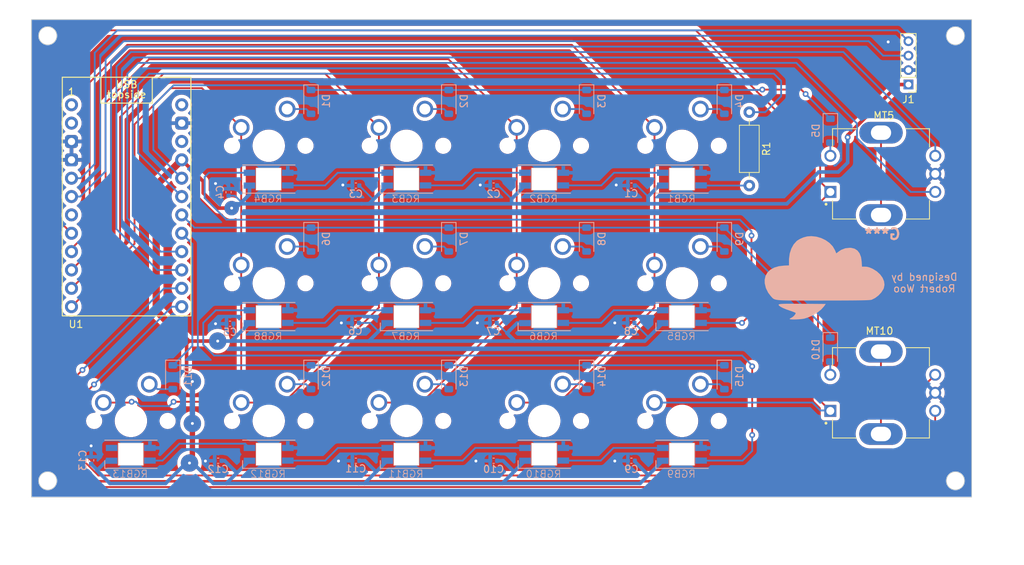
<source format=kicad_pcb>
(kicad_pcb (version 20221018) (generator pcbnew)
  (layers (0 "F.Cu" signal) (31 "B.Cu" signal) (34 "B.Paste" user) (35 "F.Paste" user) (36 "B.SilkS" user "B.Silkscreen") (37 "F.SilkS" user "F.Silkscreen") (38 "B.Mask" user) (39 "F.Mask" user) (44 "Edge.Cuts" user))
  (net 0 "")
  (net 1 "GND")
  (net 2 "+5V")
  (net 3 "ROW1")
  (net 4 "Net-(D1-A)")
  (net 5 "Net-(D2-A)")
  (net 6 "Net-(D3-A)")
  (net 7 "Net-(D4-A)")
  (net 8 "Net-(D5-A)")
  (net 9 "ROW2")
  (net 10 "Net-(D6-A)")
  (net 11 "Net-(D7-A)")
  (net 12 "Net-(D8-A)")
  (net 13 "Net-(D9-A)")
  (net 14 "ROW3")
  (net 15 "Net-(D11-A)")
  (net 16 "Net-(D12-A)")
  (net 17 "Net-(D13-A)")
  (net 18 "Net-(D14-A)")
  (net 19 "Net-(D15-A)")
  (net 20 "Din")
  (net 21 "COL5")
  (net 22 "ENC_1_A")
  (net 23 "ENC_1_B")
  (net 24 "unconnected-(MT5-SHIELD-PadS1)")
  (net 25 "ENC_2_A")
  (net 26 "ENC_2_B")
  (net 27 "unconnected-(MT10-SHIELD-PadS1)")
  (net 28 "COL1")
  (net 29 "COL2")
  (net 30 "COL3")
  (net 31 "COL4")
  (net 37 "Net-(RGB1-DOUT)")
  (net 38 "Net-(RGB2-DOUT)")
  (net 39 "Net-(RGB3-DOUT)")
  (net 40 "Net-(RGB4-DOUT)")
  (net 41 "Net-(RGB5-DOUT)")
  (net 42 "Net-(RGB6-DOUT)")
  (net 43 "Net-(RGB7-DOUT)")
  (net 44 "Net-(RGB8-DOUT)")
  (net 45 "Net-(RGB10-DIN)")
  (net 46 "Net-(RGB10-DOUT)")
  (net 47 "Net-(RGB11-DOUT)")
  (net 48 "Net-(RGB12-DOUT)")
  (net 50 "Net-(D10-A)")
  (net 51 "SCL")
  (net 52 "SDA")
  (net 53 "Net-(RGB1-DIN)")
  (footprint "marbastlib-mx:SW_MX_1u" (layer "F.Cu") (at 113.65 72.05)
    (fp_text reference "MX14" hide)
    (fp_text value "MX_SW_solder" hide)
  )
  (footprint "marbastlib-mx:SW_MX_1u" (layer "F.Cu") (at 94.6 72.05)
    (fp_text reference "MX13" hide)
    (fp_text value "MX_SW_solder" hide)
  )
  (footprint "marbastlib-mx:SW_MX_1u" (layer "F.Cu") (at 94.6 53)
    (fp_text reference "MX7" hide)
    (fp_text value "MX_SW_solder" hide)
  )
  (footprint "Resistor_THT:R_Axial_DIN0207_L6.3mm_D2.5mm_P10.16mm_Horizontal" (layer "F.Cu") (at 142 29.32 -90)
    (fp_text reference "R1")
    (fp_text value "500Ω")
  )
  (footprint "marbastlib-mx:SW_MX_1u" (layer "F.Cu") (at 132.7 53)
    (fp_text reference "MX9" hide)
    (fp_text value "MX_SW_solder" hide)
  )
  (footprint "marbastlib-mx:SW_MX_1u" (layer "F.Cu") (at 94.6 33.97)
    (fp_text reference "MX2" hide)
    (fp_text value "MX_SW_solder" hide)
  )
  (footprint "PEC11R-4215F-S0024:XDCR_PEC11R-4215F-S0024" (layer "F.Cu") (at 160.2 68.16 90)
    (fp_text reference "MT10")
    (fp_text value "PEC11R-4215F-S0024")
  )
  (footprint "marbastlib-mx:SW_MX_1u" (layer "F.Cu") (at 56.5 72.05)
    (fp_text reference "MX11" hide)
    (fp_text value "MX_SW_solder" hide)
  )
  (footprint "Connector_PinHeader_2.00mm:PinHeader_1x04_P2.00mm_Vertical" (layer "F.Cu") (at 164 25.5 180)
    (fp_text reference "J1")
    (fp_text value "Conn_01x04_Socket")
  )
  (footprint "PEC11R-4215F-S0024:XDCR_PEC11R-4215F-S0024" (layer "F.Cu") (at 160.21 37.86 90)
    (fp_text reference "MT5")
    (fp_text value "PEC11R-4215F-S0024")
  )
  (footprint "marbastlib-mx:SW_MX_1u" (layer "F.Cu") (at 113.65 33.97)
    (fp_text reference "MX3" hide)
    (fp_text value "MX_SW_solder" hide)
  )
  (footprint "marbastlib-mx:SW_MX_1u" (layer "F.Cu") (at 113.65 53)
    (fp_text reference "MX8" hide)
    (fp_text value "MX_SW_solder" hide)
  )
  (footprint "marbastlib-mx:SW_MX_1u" (layer "F.Cu") (at 132.7 72.05)
    (fp_text reference "MX15" hide)
    (fp_text value "MX_SW_solder" hide)
  )
  (footprint "marbastlib-mx:SW_MX_1u" (layer "F.Cu") (at 75.56 72.05)
    (fp_text reference "MX12" hide)
    (fp_text value "MX_SW_solder" hide)
  )
  (footprint "marbastlib-mx:SW_MX_1u" (layer "F.Cu") (at 132.7 33.97)
    (fp_text reference "MX4" hide)
    (fp_text value "MX_SW_solder" hide)
  )
  (footprint "marbastlib-xp-promicroish:ProMicro_USBup" (layer "F.Cu") (at 55.905 42.27)
    (fp_text reference "U1")
    (fp_text value "ProMicro")
  )
  (footprint "marbastlib-mx:SW_MX_1u" (layer "F.Cu") (at 75.56 53)
    (fp_text reference "MX6" hide)
    (fp_text value "MX_SW_solder" hide)
  )
  (footprint "marbastlib-mx:SW_MX_1u" (layer "F.Cu") (at 75.56 33.97)
    (fp_text reference "MX1" hide)
    (fp_text value "MX_SW_solder" hide)
  )
  (footprint "sk6812_mini_e:SK6812 mini-e" (layer "B.Cu") (at 94.3325 33.5825 180)
    (fp_text reference "RGB3")
    (fp_text value "SK6812")
    (fp_rect (start -2 -3.45) (end 1.5 -6.55) (stroke (width 0.05)) (fill none) (layer "Edge.Cuts"))
  )
  (footprint "sk6812_mini_e:SK6812 mini-e" (layer "B.Cu") (at 75.2925 33.5825 180)
    (fp_text reference "RGB4")
    (fp_text value "SK6812")
    (fp_rect (start -2 -3.45) (end 1.5 -6.55) (stroke (width 0.05)) (fill none) (layer "Edge.Cuts"))
  )
  (footprint "Diode_SMD:D_SOD-123" (layer "B.Cu") (at 119.5 27.9 -90)
    (fp_text reference "D3")
    (fp_text value "1N914")
  )
  (footprint "Diode_SMD:D_SOD-123" (layer "B.Cu") (at 100.45 46.9525 -90)
    (fp_text reference "D7")
    (fp_text value "1N914")
  )
  (footprint "Diode_SMD:D_SOD-123" (layer "B.Cu") (at 100.45 66.0025 -90)
    (fp_text reference "D13")
    (fp_text value "1N914")
  )
  (footprint "Capacitor_SMD:C_0402_1005Metric" (layer "B.Cu") (at 106.65 77.5625)
    (fp_text reference "C10")
    (fp_text value "104 f")
  )
  (footprint "Diode_SMD:D_SOD-123" (layer "B.Cu") (at 100.45 27.9 -90)
    (fp_text reference "D2")
    (fp_text value "1N914")
  )
  (footprint "sk6812_mini_e:SK6812 mini-e" (layer "B.Cu") (at 113.3825 52.6125 180)
    (fp_text reference "RGB6")
    (fp_text value "SK6812")
    (fp_rect (start -2 -3.45) (end 1.5 -6.55) (stroke (width 0.05)) (fill none) (layer "Edge.Cuts"))
  )
  (footprint "Diode_SMD:D_SOD-123" (layer "B.Cu") (at 138.55 46.9525 -90)
    (fp_text reference "D9")
    (fp_text value "1N914")
  )
  (footprint "sk6812_mini_e:SK6812 mini-e" (layer "B.Cu") (at 132.4325 71.6625 180)
    (fp_text reference "RGB9")
    (fp_text value "SK6812")
    (fp_rect (start -2 -3.45) (end 1.5 -6.55) (stroke (width 0.05)) (fill none) (layer "Edge.Cuts"))
  )
  (footprint "Diode_SMD:D_SOD-123" (layer "B.Cu") (at 153.21 31.8825 -90)
    (fp_text reference "D5")
    (fp_text value "1N914")
  )
  (footprint "sk6812_mini_e:SK6812 mini-e" (layer "B.Cu") (at 94.3325 71.6625 180)
    (fp_text reference "RGB11")
    (fp_text value "SK6812")
    (fp_rect (start -2 -3.45) (end 1.5 -6.55) (stroke (width 0.05)) (fill none) (layer "Edge.Cuts"))
  )
  (footprint "Pretty:Brains4Breakfast" (layer "B.Cu") (at 161.627494 44.637012 180)
    (fp_text reference "G***")
    (fp_text value "LOGO" hide)
  )
  (footprint "sk6812_mini_e:SK6812 mini-e" (layer "B.Cu") (at 113.3825 71.6625 180)
    (fp_text reference "RGB10")
    (fp_text value "SK6812")
    (fp_rect (start -2 -3.45) (end 1.5 -6.55) (stroke (width 0.05)) (fill none) (layer "Edge.Cuts"))
  )
  (footprint "sk6812_mini_e:SK6812 mini-e" (layer "B.Cu") (at 132.4325 52.6125 180)
    (fp_text reference "RGB5")
    (fp_text value "SK6812")
    (fp_rect (start -2 -3.45) (end 1.5 -6.55) (stroke (width 0.05)) (fill none) (layer "Edge.Cuts"))
  )
  (footprint "Diode_SMD:D_SOD-123" (layer "B.Cu") (at 81.4 27.9 -90)
    (fp_text reference "D1")
    (fp_text value "1N914")
  )
  (footprint "Diode_SMD:D_SOD-123" (layer "B.Cu") (at 138.55 66.0025 -90)
    (fp_text reference "D15")
    (fp_text value "1N914")
  )
  (footprint "sk6812_mini_e:SK6812 mini-e" (layer "B.Cu") (at 56.2325 71.6625 180)
    (fp_text reference "RGB13")
    (fp_text value "SK6812")
    (fp_rect (start -2 -3.45) (end 1.5 -6.55) (stroke (width 0.05)) (fill none) (layer "Edge.Cuts"))
  )
  (footprint "Capacitor_SMD:C_0402_1005Metric" (layer "B.Cu") (at 125.7 77.5625)
    (fp_text reference "C9")
    (fp_text value "104 f")
  )
  (footprint "Capacitor_SMD:C_0402_1005Metric" (layer "B.Cu") (at 70.2 58.6)
    (fp_text reference "C5")
    (fp_text value "104 f")
  )
  (footprint "Capacitor_SMD:C_0402_1005Metric" (layer "B.Cu") (at 125.7 39.4825)
    (fp_text reference "C1")
    (fp_text value "104 F")
  )
  (footprint "sk6812_mini_e:SK6812 mini-e" (layer "B.Cu") (at 75.2925 71.6625 180)
    (fp_text reference "RGB12")
    (fp_text value "SK6812")
    (fp_rect (start -2 -3.45) (end 1.5 -6.55) (stroke (width 0.05)) (fill none) (layer "Edge.Cuts"))
  )
  (footprint "Capacitor_SMD:C_0402_1005Metric" (layer "B.Cu") (at 106.6 58.4875)
    (fp_text reference "C7")
    (fp_text value "104 F")
  )
  (footprint "Diode_SMD:D_SOD-123" (layer "B.Cu") (at 81.4 46.9525 -90)
    (fp_text reference "D6")
    (fp_text value "1N914")
  )
  (footprint "Diode_SMD:D_SOD-123" (layer "B.Cu") (at 138.55 27.9 -90)
    (fp_text reference "D4")
    (fp_text value "1N914")
  )
  (footprint "Diode_SMD:D_SOD-123" (layer "B.Cu") (at 119.5 46.9525 -90)
    (fp_text reference "D8")
    (fp_text value "1N914")
  )
  (footprint "Capacitor_SMD:C_0402_1005Metric" (layer "B.Cu") (at 106.65 39.4825)
    (fp_text reference "C2")
    (fp_text value "104 f")
  )
  (footprint "Capacitor_SMD:C_0402_1005Metric" (layer "B.Cu") (at 125.64 58.4875)
    (fp_text reference "C8")
    (fp_text value "104 f")
  )
  (footprint "Diode_SMD:D_SOD-123" (layer "B.Cu") (at 153.2 62.1825 -90)
    (fp_text reference "D10")
    (fp_text value "1N914")
  )
  (footprint "Diode_SMD:D_SOD-123" (layer "B.Cu") (at 119.5 66.0025 -90)
    (fp_text reference "D14")
    (fp_text value "1N914")
  )
  (footprint "Capacitor_SMD:C_0402_1005Metric" (layer "B.Cu") (at 68.56 77.5625)
    (fp_text reference "C12")
    (fp_text value "104 f")
  )
  (footprint "Diode_SMD:D_SOD-123" (layer "B.Cu") (at 81.4 66.0025 -90)
    (fp_text reference "D12")
    (fp_text value "1N914")
  )
  (footprint "Diode_SMD:D_SOD-123" (layer "B.Cu") (at 62.3 66.0025 -90)
    (fp_text reference "D11")
    (fp_text value "1N914")
  )
  (footprint "sk6812_mini_e:SK6812 mini-e" (layer "B.Cu") (at 132.4325 33.5825 180)
    (fp_text reference "RGB1")
    (fp_text value "SK6812")
    (fp_rect (start -2 -3.45) (end 1.5 -6.55) (stroke (width 0.05)) (fill none) (layer "Edge.Cuts"))
  )
  (footprint "Capacitor_SMD:C_0402_1005Metric" (layer "B.Cu") (at 70 40.4 -90)
    (fp_text reference "C4")
    (fp_text value "104 f")
  )
  (footprint "Capacitor_SMD:C_0402_1005Metric" (layer "B.Cu") (at 87.6 39.4825)
    (fp_text reference "C3")
    (fp_text value "104 f")
  )
  (footprint "sk6812_mini_e:SK6812 mini-e" (layer "B.Cu") (at 113.3825 33.5825 180)
    (fp_text reference "RGB2")
    (fp_text value "SK6812")
    (fp_rect (start -2 -3.45) (end 1.5 -6.55) (stroke (width 0.05)) (fill none) (layer "Edge.Cuts"))
  )
  (footprint "Capacitor_SMD:C_0402_1005Metric" (layer "B.Cu") (at 87.6 77.5625)
    (fp_text reference "C11")
    (fp_text value "104 f")
  )
  (footprint "sk6812_mini_e:SK6812 mini-e" (layer "B.Cu") (at 75.2925 52.6125 180)
    (fp_text reference "RGB8")
    (fp_text value "SK6812")
    (fp_rect (start -2 -3.45) (end 1.5 -6.55) (stroke (width 0.05)) (fill none) (layer "Edge.Cuts"))
  )
  (footprint "Capacitor_SMD:C_0402_1005Metric" (layer "B.Cu") (at 87.55 58.4875)
    (fp_text reference "C6")
    (fp_text value "104 f")
  )
  (footprint "sk6812_mini_e:SK6812 mini-e" (layer "B.Cu") (at 94.3325 52.6125 180)
    (fp_text reference "RGB7")
    (fp_text value "SK6812")
    (fp_rect (start -2 -3.45) (end 1.5 -6.55) (stroke (width 0.05)) (fill none) (layer "Edge.Cuts"))
  )
  (footprint "Capacitor_SMD:C_0402_1005Metric" (layer "B.Cu") (at 51 77.5 -90)
    (fp_text reference "C13")
    (fp_text value "104 f")
  )
  (gr_circle (center 45 18.75) (end 46.25 18.75) (stroke (width 0.1)) (fill none) (layer "Edge.Cuts"))
  (gr_rect (start 42.75 16.5) (end 172.75 82.6) (stroke (width 0.1)) (fill none) (layer "Edge.Cuts"))
  (gr_circle (center 45 80.335) (end 46.25 80.335) (stroke (width 0.1)) (fill none) (layer "Edge.Cuts"))
  (gr_circle (center 170.5 80.335) (end 171.75 80.335) (stroke (width 0.1)) (fill none) (layer "Edge.Cuts"))
  (gr_circle (center 170.5 18.75) (end 171.75 18.75) (stroke (width 0.1)) (fill none) (layer "Edge.Cuts"))
  (gr_text_box "Designed by Robert Woo" (start 160.1 50.8) (end 172.3 53.4) (layer "B.SilkS") (effects (font (size 1 1)) (justify top mirror)))
  (via (at 123.4 77.6) (size 0.8) (drill 0.4) (layers "F.Cu" "B.Cu") (net 1))
  (via (at 123.4 58.4875) (size 0.8) (drill 0.4) (layers "F.Cu" "B.Cu") (net 1))
  (via (at 104.8 39.4) (size 0.8) (drill 0.4) (layers "F.Cu" "B.Cu") (net 1))
  (via (at 68.2 39.2) (size 0.8) (drill 0.4) (layers "F.Cu" "B.Cu") (net 1))
  (via (at 85.8 39.4) (size 0.8) (drill 0.4) (layers "F.Cu" "B.Cu") (net 1))
  (via (at 85.2 77.6) (size 0.8) (drill 0.4) (layers "F.Cu" "B.Cu") (net 1))
  (via (at 104.4 58.4875) (size 0.8) (drill 0.4) (layers "F.Cu" "B.Cu") (net 1))
  (via (at 104.2 77.6) (size 0.8) (drill 0.4) (layers "F.Cu" "B.Cu") (net 1))
  (via (at 51 75.5) (size 0.8) (drill 0.4) (layers "F.Cu" "B.Cu") (net 1))
  (via (at 161.2 19.6) (size 0.8) (drill 0.4) (layers "F.Cu" "B.Cu") (net 1))
  (via (at 66.8 77.6) (size 0.8) (drill 0.4) (layers "F.Cu" "B.Cu") (net 1))
  (via (at 85.6 58.4875) (size 0.8) (drill 0.4) (layers "F.Cu" "B.Cu") (net 1))
  (via (at 68.2 58.6) (size 0.8) (drill 0.4) (layers "F.Cu" "B.Cu") (net 1))
  (via (at 123.6 39.4) (size 0.8) (drill 0.4) (layers "F.Cu" "B.Cu") (net 1))
  (segment (start 70 39.6) (end 70 39.92) (width 0.25) (layer "B.Cu") (net 1))
  (segment (start 87.07 58.4875) (end 85.6 58.4875) (width 0.25) (layer "B.Cu") (net 1))
  (segment (start 104.8825 39.4825) (end 104.8 39.4) (width 0.25) (layer "B.Cu") (net 1))
  (segment (start 68.08 77.5625) (end 66.8375 77.5625) (width 0.25) (layer "B.Cu") (net 1))
  (segment (start 87.12 77.5625) (end 85.2375 77.5625) (width 0.25) (layer "B.Cu") (net 1))
  (segment (start 69.6 39.2) (end 70 39.6) (width 0.25) (layer "B.Cu") (net 1))
  (segment (start 106.17 39.4825) (end 104.8825 39.4825) (width 0.25) (layer "B.Cu") (net 1))
  (segment (start 104.2 77.6) (end 106.1325 77.6) (width 0.25) (layer "B.Cu") (net 1))
  (segment (start 125.16 58.4875) (end 123.4 58.4875) (width 0.25) (layer "B.Cu") (net 1))
  (segment (start 123.4 77.6) (end 125.1825 77.6) (width 0.25) (layer "B.Cu") (net 1))
  (segment (start 125.22 39.4825) (end 123.6825 39.4825) (width 0.25) (layer "B.Cu") (net 1))
  (segment (start 125.1825 77.6) (end 125.22 77.5625) (width 0.25) (layer "B.Cu") (net 1))
  (segment (start 68.2 39.2) (end 69.6 39.2) (width 0.25) (layer "B.Cu") (net 1))
  (segment (start 106.12 58.4875) (end 104.4 58.4875) (width 0.25) (layer "B.Cu") (net 1))
  (segment (start 66.8375 77.5625) (end 66.8 77.6) (width 0.25) (layer "B.Cu") (net 1))
  (segment (start 85.8825 39.4825) (end 85.8 39.4) (width 0.5) (layer "B.Cu") (net 1))
  (segment (start 123.6825 39.4825) (end 123.6 39.4) (width 0.25) (layer "B.Cu") (net 1))
  (segment (start 106.1325 77.6) (end 106.17 77.5625) (width 0.25) (layer "B.Cu") (net 1))
  (segment (start 87.12 39.4825) (end 85.8825 39.4825) (width 0.25) (layer "B.Cu") (net 1))
  (segment (start 85.2375 77.5625) (end 85.2 77.6) (width 0.25) (layer "B.Cu") (net 1))
  (segment (start 51 75.5) (end 51 77.02) (width 0.25) (layer "B.Cu") (net 1))
  (segment (start 68.2 58.6) (end 69.72 58.6) (width 0.25) (layer "B.Cu") (net 1))
  (segment (start 65 77.4755) (end 65 72.4) (width 0.75) (layer "F.Cu") (net 2))
  (segment (start 65 66.6) (end 64.2 65.8) (width 0.5) (layer "F.Cu") (net 2))
  (segment (start 66.5 40.5) (end 68.6 42.6) (width 0.5) (layer "F.Cu") (net 2))
  (segment (start 155.6 32.512284) (end 162.612284 25.5) (width 0.5) (layer "F.Cu") (net 2))
  (segment (start 60 56.8) (end 64.2 61) (width 1) (layer "F.Cu") (net 2))
  (segment (start 66.5 38.895) (end 66.5 40.5) (width 0.5) (layer "F.Cu") (net 2))
  (segment (start 63.525 35.92) (end 60 39.445) (width 1) (layer "F.Cu") (net 2))
  (segment (start 162.612284 25.5) (end 164 25.5) (width 0.5) (layer "F.Cu") (net 2))
  (segment (start 68.6 42.6) (end 70.4255 42.6) (width 0.5) (layer "F.Cu") (net 2))
  (segment (start 64.2 65.8) (end 64.2 61) (width 0.5) (layer "F.Cu") (net 2))
  (segment (start 155.6 32.8) (end 155.6 32.512284) (width 0.5) (layer "F.Cu") (net 2))
  (segment (start 60 39.445) (end 60 56.8) (width 1) (layer "F.Cu") (net 2))
  (segment (start 64.2 61) (end 68.5 61) (width 0.5) (layer "F.Cu") (net 2))
  (segment (start 63.525 35.92) (end 66.5 38.895) (width 0.5) (layer "F.Cu") (net 2))
  (segment (start 64.6 77.8755) (end 65 77.4755) (width 0.75) (layer "F.Cu") (net 2))
  (via (at 64.6 77.8755) (size 2.4) (drill 0.4) (layers "F.Cu" "B.Cu") (net 2))
  (via (at 65 72.4) (size 2.4) (drill 0.4) (layers "F.Cu" "B.Cu") (net 2))
  (via (at 65 66.6) (size 2.4) (drill 0.4) (layers "F.Cu" "B.Cu") (net 2))
  (via (at 68.5 61) (size 2.4) (drill 0.4) (layers "F.Cu" "B.Cu") (net 2))
  (via (at 70.4255 42.6) (size 2) (drill 0.4) (layers "F.Cu" "B.Cu") (net 2))
  (via (at 155.6 32.8) (size 0.8) (drill 0.4) (layers "F.Cu" "B.Cu") (net 2))
  (segment (start 89.415 42) (end 90.0075 41.4075) (width 0.5) (layer "B.Cu") (net 2))
  (segment (start 70.4 61) (end 89.4 61) (width 0.5) (layer "B.Cu") (net 2))
  (segment (start 91.9325 58.5125) (end 91.8875 58.5125) (width 0.25) (layer "B.Cu") (net 2))
  (segment (start 71.0255 42) (end 70.4255 42.6) (width 0.5) (layer "B.Cu") (net 2))
  (segment (start 128 41) (end 129.5175 39.4825) (width 0.5) (layer "B.Cu") (net 2))
  (segment (start 155.6 36.3) (end 154.3 37.6) (width 0.5) (layer "B.Cu") (net 2))
  (segment (start 91.8875 58.5125) (end 90.75 59.65) (width 0.5) (layer "B.Cu") (net 2))
  (segment (start 107.9625 77.5625) (end 109.4725 79.0725) (width 0.5) (layer "B.Cu") (net 2))
  (segment (start 109.1325 41.3325) (end 109.1325 41.8675) (width 0.5) (layer "B.Cu") (net 2))
  (segment (start 70.88 40.88) (end 70 40.88) (width 0.25) (layer "B.Cu") (net 2))
  (segment (start 155.6 32.8) (end 155.6 36.3) (width 0.5) (layer "B.Cu") (net 2))
  (segment (start 69.4625 77.5625) (end 71.15 79.25) (width 0.5) (layer "B.Cu") (net 2))
  (segment (start 71.2 60.2) (end 70.4 61) (width 0.5) (layer "B.Cu") (net 2))
  (segment (start 72.8925 40.7075) (end 71.8 41.8) (width 0.5) (layer "B.Cu") (net 2))
  (segment (start 51 78) (end 51 77.98) (width 0.5) (layer "B.Cu") (net 2))
  (segment (start 128 42) (end 128 41) (width 0.5) (layer "B.Cu") (net 2))
  (segment (start 107.13 39.4825) (end 107.2825 39.4825) (width 0.25) (layer "B.Cu") (net 2))
  (segment (start 109.8875 58.5125) (end 108.49625 59.90375) (width 0.5) (layer "B.Cu") (net 2))
  (segment (start 110.9825 39.4825) (end 109.1325 41.3325) (width 0.5) (layer "B.Cu") (net 2))
  (segment (start 67.9 80.7) (end 69.7 80.7) (width 0.5) (layer "B.Cu") (net 2))
  (segment (start 90.005 41.4075) (end 90.0075 41.4075) (width 0.25) (layer "B.Cu") (net 2))
  (segment (start 107.6 80.7) (end 126.895 80.7) (width 0.5) (layer "B.Cu") (net 2))
  (segment (start 109.1325 41.9) (end 109.1 41.9) (width 0.25) (layer "B.Cu") (net 2))
  (segment (start 126.895 80.7) (end 128.0475 79.5475) (width 0.5) (layer "B.Cu") (net 2))
  (segment (start 127.545 61) (end 109.5 61) (width 0.5) (layer "B.Cu") (net 2))
  (segment (start 51.8 78.9) (end 53.1375 77.5625) (width 0.5) (layer "B.Cu") (net 2))
  (segment (start 53.1375 77.5625) (end 53.8325 77.5625) (width 0.25) (layer "B.Cu") (net 2))
  (segment (start 72.8925 58.5125) (end 72.8875 58.5125) (width 0.25) (layer "B.Cu") (net 2))
  (segment (start 72.8925 39.4825) (end 72.8925 40.7075) (width 0.5) (layer "B.Cu") (net 2))
  (segment (start 110.9825 58.5125) (end 109.8875 58.5125) (width 0.5) (layer "B.Cu") (net 2))
  (segment (start 126.18 77.5625) (end 126.18 77.68) (width 0.25) (layer "B.Cu") (net 2))
  (segment (start 108.49625 59.90375) (end 109.5925 61) (width 0.5) (layer "B.Cu") (net 2))
  (segment (start 88.8625 77.5625) (end 90.3975 79.0975) (width 0.5) (layer "B.Cu") (net 2))
  (segment (start 89.2 42) (end 128 42) (width 0.5) (layer "B.Cu") (net 2))
  (segment (start 65 66.6) (end 65 72.4) (width 0.75) (layer "B.Cu") (net 2))
  (segment (start 67.9 80.7) (end 65.0755 77.8755) (width 0.5) (layer "B.Cu") (net 2))
  (segment (start 69.7 80.7) (end 88 80.7) (width 0.5) (layer "B.Cu") (net 2))
  (segment (start 88.4 42) (end 71.0255 42) (width 0.5) (layer "B.Cu") (net 2))
  (segment (start 88.08 39.4825) (end 90.005 41.4075) (width 0.25) (layer "B.Cu") (net 2))
  (segment (start 89.4 61) (end 109.5 61) (width 0.5) (layer "B.Cu") (net 2))
  (segment (start 72.8375 77.5625) (end 71.15 79.25) (width 0.5) (layer "B.Cu") (net 2))
  (segment (start 65.0755 77.8755) (end 64.6 77.8755) (width 0.5) (layer "B.Cu") (net 2))
  (segment (start 126.18 39.4825) (end 126.4825 39.4825) (width 0.25) (layer "B.Cu") (net 2))
  (segment (start 90.75 59.65) (end 89.4 61) (width 0.5) (layer "B.Cu") (net 2))
  (segment (start 89.2 42) (end 88.4 42) (width 0.5) (layer "B.Cu") (net 2))
  (segment (start 107.845 80.7) (end 107.6 80.7) (width 0.25) (layer "B.Cu") (net 2))
  (segment (start 109.1325 41.8675) (end 109.1 41.9) (width 0.25) (layer "B.Cu") (net 2))
  (segment (start 91.9325 77.5625) (end 90.3975 79.0975) (width 0.5) (layer "B.Cu") (net 2))
  (segment (start 151.6 37.6) (end 147.2 42) (width 0.5) (layer "B.Cu") (net 2))
  (segment (start 89.2 42) (end 89.415 42) (width 0.25) (layer "B.Cu") (net 2))
  (segment (start 107.13 77.5625) (end 107.9625 77.5625) (width 0.5) (layer "B.Cu") (net 2))
  (segment (start 109.5 61) (end 109.8 61) (width 0.25) (layer "B.Cu") (net 2))
  (segment (start 88.08 77.5625) (end 88.8625 77.5625) (width 0.5) (layer "B.Cu") (net 2))
  (segment (start 71.8 41.8) (end 71 42.6) (width 0.5) (layer "B.Cu") (net 2))
  (segment (start 72.8875 58.5125) (end 71.2 60.2) (width 0.5) (layer "B.Cu") (net 2))
  (segment (start 107.08 58.4875) (end 108.49625 59.90375) (width 0.25) (layer "B.Cu") (net 2))
  (segment (start 129.5175 39.4825) (end 130.0325 39.4825) (width 0.25) (layer "B.Cu") (net 2))
  (segment (start 53.6 80.7) (end 51.8 78.9) (width 0.5) (layer "B.Cu") (net 2))
  (segment (start 128.0475 79.5475) (end 130.0325 77.5625) (width 0.5) (layer "B.Cu") (net 2))
  (segment (start 70.4 61) (end 68.5 61) (width 0.5) (layer "B.Cu") (net 2))
  (segment (start 69.04 77.5625) (end 69.4625 77.5625) (width 0.5) (layer "B.Cu") (net 2))
  (segment (start 89.5875 58.4875) (end 90.75 59.65) (width 0.25) (layer "B.Cu") (net 2))
  (segment (start 72.8925 77.5625) (end 72.8375 77.5625) (width 0.25) (layer "B.Cu") (net 2))
  (segment (start 70.68 58.6) (end 70.68 59.68) (width 0.25) (layer "B.Cu") (net 2))
  (segment (start 88.795 80.7) (end 88 80.7) (width 0.25) (layer "B.Cu") (net 2))
  (segment (start 71.15 79.25) (end 69.7 80.7) (width 0.5) (layer "B.Cu") (net 2))
  (segment (start 126.12 58.4875) (end 126.12 58.52) (width 0.25) (layer "B.Cu") (net 2))
  (segment (start 88 80.7) (end 107.6 80.7) (width 0.5) (layer "B.Cu") (net 2))
  (segment (start 61.3 80.7) (end 53.6 80.7) (width 0.5) (layer "B.Cu") (net 2))
  (segment (start 126.18 77.68) (end 128.0475 79.5475) (width 0.5) (layer "B.Cu") (net 2))
  (segment (start 154.3 37.6) (end 151.6 37.6) (width 0.5) (layer "B.Cu") (net 2))
  (segment (start 71 42.6) (end 70.4255 42.6) (width 0.5) (layer "B.Cu") (net 2))
  (segment (start 128.0725 60.4725) (end 127.545 61) (width 0.5) (layer "B.Cu") (net 2))
  (segment (start 107.2825 39.4825) (end 109.1325 41.3325) (width 0.25) (layer "B.Cu") (net 2))
  (segment (start 109.5925 61) (end 109.8 61) (width 0.25) (layer "B.Cu") (net 2))
  (segment (start 128.0725 60.4725) (end 130.0325 58.5125) (width 0.5) (layer "B.Cu") (net 2))
  (segment (start 61.3 80.7) (end 64.1245 77.8755) (width 0.5) (layer "B.Cu") (net 2))
  (segment (start 126.12 58.52) (end 128.0725 60.4725) (width 0.25) (layer "B.Cu") (net 2))
  (segment (start 109.4725 79.0725) (end 107.845 80.7) (width 0.5) (layer "B.Cu") (net 2))
  (segment (start 71.8 41.8) (end 70.88 40.88) (width 0.25) (layer "B.Cu") (net 2))
  (segment (start 88.03 58.4875) (end 89.5875 58.4875) (width 0.25) (layer "B.Cu") (net 2))
  (segment (start 51.8 78.8) (end 51 78) (width 0.5) (layer "B.Cu") (net 2))
  (segment (start 90.3975 79.0975) (end 88.795 80.7) (width 0.5) (layer "B.Cu") (net 2))
  (segment (start 64.1245 77.8755) (end 64.6 77.8755) (width 0.5) (layer "B.Cu") (net 2))
  (segment (start 147.2 42) (end 128 42) (width 0.5) (layer "B.Cu") (net 2))
  (segment (start 70.68 59.68) (end 71.2 60.2) (width 0.25) (layer "B.Cu") (net 2))
  (segment (start 126.4825 39.4825) (end 128 41) (width 0.25) (layer "B.Cu") (net 2))
  (segment (start 51.8 78.9) (end 51.8 78.8) (width 0.25) (layer "B.Cu") (net 2))
  (segment (start 110.9825 77.5625) (end 109.4725 79.0725) (width 0.5) (layer "B.Cu") (net 2))
  (segment (start 91.9325 39.4825) (end 90.0075 41.4075) (width 0.5) (layer "B.Cu") (net 2))
  (segment (start 149.1775 26.2) (end 143.8 26.2) (width 0.25) (layer "F.Cu") (net 3))
  (segment (start 149.78875 26.81125) (end 149.1775 26.2) (width 0.25) (layer "F.Cu") (net 3))
  (via (at 149.78875 26.81125) (size 0.8) (drill 0.4) (layers "F.Cu" "B.Cu") (net 3))
  (via (at 143.8 26.2) (size 0.8) (drill 0.4) (layers "F.Cu" "B.Cu") (net 3))
  (segment (start 80.75 25.6) (end 62.4 25.6) (width 0.25) (layer "B.Cu") (net 3))
  (segment (start 153.21 30.2325) (end 149.78875 26.81125) (width 0.25) (layer "B.Cu") (net 3))
  (segment (start 119.5 26.25) (end 119.6 26.25) (width 0.25) (layer "B.Cu") (net 3))
  (segment (start 62.4 25.6) (end 59.6 28.4) (width 0.25) (layer "B.Cu") (net 3))
  (segment (start 59.6 28.4) (end 59.6 34.535) (width 0.25) (layer "B.Cu") (net 3))
  (segment (start 100.5 26.25) (end 138.55 26.25) (width 0.25) (layer "B.Cu") (net 3))
  (segment (start 143.75 26.25) (end 143.8 26.2) (width 0.25) (layer "B.Cu") (net 3))
  (segment (start 81.4 26.25) (end 100.5 26.25) (width 0.25) (layer "B.Cu") (net 3))
  (segment (start 81.4 26.25) (end 80.75 25.6) (width 0.25) (layer "B.Cu") (net 3))
  (segment (start 100.45 26.25) (end 100.5 26.25) (width 0.25) (layer "B.Cu") (net 3))
  (segment (start 138.55 26.25) (end 143.75 26.25) (width 0.25) (layer "B.Cu") (net 3))
  (segment (start 59.6 34.535) (end 63.525 38.46) (width 0.25) (layer "B.Cu") (net 3))
  (segment (start 78.1 28.89) (end 80.74 28.89) (width 0.25) (layer "B.Cu") (net 4))
  (segment (start 80.74 28.89) (end 81.4 29.55) (width 0.25) (layer "B.Cu") (net 4))
  (segment (start 97.14 28.89) (end 99.79 28.89) (width 0.25) (layer "B.Cu") (net 5))
  (segment (start 99.79 28.89) (end 100.45 29.55) (width 0.25) (layer "B.Cu") (net 5))
  (segment (start 116.19 28.89) (end 118.84 28.89) (width 0.25) (layer "B.Cu") (net 6))
  (segment (start 118.84 28.89) (end 119.5 29.55) (width 0.25) (layer "B.Cu") (net 6))
  (segment (start 135.24 28.89) (end 137.89 28.89) (width 0.25) (layer "B.Cu") (net 7))
  (segment (start 137.89 28.89) (end 138.55 29.55) (width 0.25) (layer "B.Cu") (net 7))
  (segment (start 153.21 35.36) (end 153.21 33.5325) (width 0.25) (layer "B.Cu") (net 8))
  (segment (start 81.4 45.3025) (end 65.2875 45.3025) (width 0.25) (layer "B.Cu") (net 9))
  (segment (start 65.2875 45.3025) (end 63.525 43.54) (width 0.25) (layer "B.Cu") (net 9))
  (segment (start 153.2 59.9525) (end 138.55 45.3025) (width 0.25) (layer "B.Cu") (net 9))
  (segment (start 81.4 45.3025) (end 138.55 45.3025) (width 0.25) (layer "B.Cu") (net 9))
  (segment (start 153.2 60.5325) (end 153.2 59.9525) (width 0.25) (layer "B.Cu") (net 9))
  (segment (start 78.1 47.92) (end 80.7175 47.92) (width 0.25) (layer "B.Cu") (net 10))
  (segment (start 80.7175 47.92) (end 81.4 48.6025) (width 0.25) (layer "B.Cu") (net 10))
  (segment (start 99.7675 47.92) (end 100.45 48.6025) (width 0.25) (layer "B.Cu") (net 11))
  (segment (start 97.14 47.92) (end 99.7675 47.92) (width 0.25) (layer "B.Cu") (net 11))
  (segment (start 118.8175 47.92) (end 119.5 48.6025) (width 0.25) (layer "B.Cu") (net 12))
  (segment (start 116.19 47.92) (end 118.8175 47.92) (width 0.25) (layer "B.Cu") (net 12))
  (segment (start 135.24 47.92) (end 137.8675 47.92) (width 0.25) (layer "B.Cu") (net 13))
  (segment (start 137.8675 47.92) (end 138.55 48.6025) (width 0.25) (layer "B.Cu") (net 13))
  (segment (start 63.525 46.08) (end 65 47.555) (width 0.25) (layer "B.Cu") (net 14))
  (segment (start 138.55 64.3525) (end 62.3 64.3525) (width 0.25) (layer "B.Cu") (net 14))
  (segment (start 65 47.555) (end 65 61.6525) (width 0.25) (layer "B.Cu") (net 14))
  (segment (start 65 61.6525) (end 62.3 64.3525) (width 0.25) (layer "B.Cu") (net 14))
  (segment (start 60.1525 67.6525) (end 62.3 67.6525) (width 0.25) (layer "B.Cu") (net 15))
  (segment (start 59.04 66.97) (end 59.47 66.97) (width 0.25) (layer "B.Cu") (net 15))
  (segment (start 59.47 66.97) (end 60.1525 67.6525) (width 0.25) (layer "B.Cu") (net 15))
  (segment (start 80.7175 66.97) (end 81.4 67.6525) (width 0.25) (layer "B.Cu") (net 16))
  (segment (start 78.1 66.97) (end 80.7175 66.97) (width 0.25) (layer "B.Cu") (net 16))
  (segment (start 99.7675 66.97) (end 100.45 67.6525) (width 0.25) (layer "B.Cu") (net 17))
  (segment (start 97.14 66.97) (end 99.7675 66.97) (width 0.25) (layer "B.Cu") (net 17))
  (segment (start 116.19 66.97) (end 118.8175 66.97) (width 0.25) (layer "B.Cu") (net 18))
  (segment (start 118.8175 66.97) (end 119.5 67.6525) (width 0.25) (layer "B.Cu") (net 18))
  (segment (start 137.8675 66.97) (end 138.55 67.6525) (width 0.25) (layer "B.Cu") (net 19))
  (segment (start 135.24 66.97) (end 137.8675 66.97) (width 0.25) (layer "B.Cu") (net 19))
  (segment (start 57.5 34.975) (end 63.525 41) (width 0.25) (layer "B.Cu") (net 20))
  (segment (start 145.4 24) (end 59 24) (width 0.25) (layer "B.Cu") (net 20))
  (segment (start 142 29.32) (end 144.2 29.32) (width 0.25) (layer "B.Cu") (net 20))
  (segment (start 144.2 29.32) (end 146.4 27.12) (width 0.25) (layer "B.Cu") (net 20))
  (segment (start 57.5 25.5) (end 57.5 34.975) (width 0.25) (layer "B.Cu") (net 20))
  (segment (start 146.4 25) (end 145.4 24) (width 0.25) (layer "B.Cu") (net 20))
  (segment (start 59 24) (end 57.5 25.5) (width 0.25) (layer "B.Cu") (net 20))
  (segment (start 146.4 27.12) (end 146.4 25) (width 0.25) (layer "B.Cu") (net 20))
  (segment (start 46 25) (end 53 18) (width 0.25) (layer "F.Cu") (net 21))
  (segment (start 143.075 26.500305) (end 143.499695 26.925) (width 0.25) (layer "F.Cu") (net 21))
  (segment (start 151.5 68.96) (end 151.5 42.07) (width 0.25) (layer "F.Cu") (net 21))
  (segment (start 151.8 35.2) (end 151.8 38.95) (width 0.25) (layer "F.Cu") (net 21))
  (segment (start 134.6 18) (end 143.075 26.475) (width 0.25) (layer "F.Cu") (net 21))
  (segment (start 143.525 26.925) (end 151.8 35.2) (width 0.25) (layer "F.Cu") (net 21))
  (segment (start 46 43.795) (end 46 25) (width 0.25) (layer "F.Cu") (net 21))
  (segment (start 143.499695 26.925) (end 143.525 26.925) (width 0.25) (layer "F.Cu") (net 21))
  (segment (start 151.5 42.07) (end 153.21 40.36) (width 0.25) (layer "F.Cu") (net 21))
  (segment (start 153.2 70.66) (end 151.5 68.96) (width 0.25) (layer "F.Cu") (net 21))
  (segment (start 151.8 38.95) (end 153.21 40.36) (width 0.25) (layer "F.Cu") (net 21))
  (segment (start 143.075 26.475) (end 143.075 26.500305) (width 0.25) (layer "F.Cu") (net 21))
  (segment (start 53 18) (end 134.6 18) (width 0.25) (layer "F.Cu") (net 21))
  (segment (start 48.285 46.08) (end 46 43.795) (width 0.25) (layer "F.Cu") (net 21))
  (segment (start 150.71 69.51) (end 151.8 70.6) (width 0.25) (layer "B.Cu") (net 21))
  (segment (start 153.2 70.66) (end 153.14 70.6) (width 0.25) (layer "B.Cu") (net 21))
  (segment (start 128.89 69.51) (end 150.71 69.51) (width 0.25) (layer "B.Cu") (net 21))
  (segment (start 153.14 70.6) (end 151.8 70.6) (width 0.25) (layer "B.Cu") (net 21))
  (segment (start 57.5 22.5) (end 148.5 22.5) (width 0.25) (layer "B.Cu") (net 22))
  (segment (start 148.5 22.5) (end 156.885 30.885) (width 0.25) (layer "B.Cu") (net 22))
  (segment (start 56 44) (end 56 24) (width 0.25) (layer "B.Cu") (net 22))
  (segment (start 156.885 32.91594) (end 164.32906 40.36) (width 0.25) (layer "B.Cu") (net 22))
  (segment (start 164.32906 40.36) (end 167.71 40.36) (width 0.25) (layer "B.Cu") (net 22))
  (segment (start 60.62 48.62) (end 56 44) (width 0.25) (layer "B.Cu") (net 22))
  (segment (start 156.885 30.885) (end 156.885 32.91594) (width 0.25) (layer "B.Cu") (net 22))
  (segment (start 63.525 48.62) (end 60.62 48.62) (width 0.25) (layer "B.Cu") (net 22))
  (segment (start 56 24) (end 57.5 22.5) (width 0.25) (layer "B.Cu") (net 22))
  (segment (start 56.5 21) (end 155 21) (width 0.25) (layer "B.Cu") (net 23))
  (segment (start 155 21) (end 167.71 33.71) (width 0.25) (layer "B.Cu") (net 23))
  (segment (start 60.16 51.16) (end 54.5 45.5) (width 0.25) (layer "B.Cu") (net 23))
  (segment (start 167.71 33.71) (end 167.71 35.36) (width 0.25) (layer "B.Cu") (net 23))
  (segment (start 63.525 51.16) (end 60.16 51.16) (width 0.25) (layer "B.Cu") (net 23))
  (segment (start 54.5 45.5) (end 54.5 23) (width 0.25) (layer "B.Cu") (net 23))
  (segment (start 54.5 23) (end 56.5 21) (width 0.25) (layer "B.Cu") (net 23))
  (segment (start 160.21 32.16) (end 160.21 43.56) (width 0.25) (layer "F.Cu") (net 24))
  (segment (start 161.05 81.2) (end 167.75 74.5) (width 0.25) (layer "F.Cu") (net 25))
  (segment (start 45.8 77.55) (end 49.45 81.2) (width 0.25) (layer "F.Cu") (net 25))
  (segment (start 45.8 69) (end 45.8 77.55) (width 0.25) (layer "F.Cu") (net 25))
  (segment (start 49.45 81.2) (end 161.05 81.2) (width 0.25) (layer "F.Cu") (net 25))
  (segment (start 49.8 65) (end 45.8 69) (width 0.25) (layer "F.Cu") (net 25))
  (segment (start 167.75 74.5) (end 167.7 74.45) (width 0.25) (layer "F.Cu") (net 25))
  (segment (start 167.7 74.45) (end 167.7 70.66) (width 0.25) (layer "F.Cu") (net 25))
  (via (at 49.8 65) (size 0.8) (drill 0.4) (layers "F.Cu" "B.Cu") (net 25))
  (segment (start 61.1 53.7) (end 63.525 53.7) (width 0.25) (layer "B.Cu") (net 25))
  (segment (start 49.8 65) (end 61.1 53.7) (width 0.25) (layer "B.Cu") (net 25))
  (segment (start 159.2 79.6) (end 165 73.8) (width 0.25) (layer "F.Cu") (net 26))
  (segment (start 48.8 76.4) (end 52 79.6) (width 0.25) (layer "F.Cu") (net 26))
  (segment (start 48.8 69.6) (end 48.8 76.4) (width 0.25) (layer "F.Cu") (net 26))
  (segment (start 52 79.6) (end 159.2 79.6) (width 0.25) (layer "F.Cu") (net 26))
  (segment (start 165 73.8) (end 165 68.36) (width 0.25) (layer "F.Cu") (net 26))
  (segment (start 165 68.36) (end 167.7 65.66) (width 0.25) (layer "F.Cu") (net 26))
  (segment (start 51.4 67) (end 48.8 69.6) (width 0.25) (layer "F.Cu") (net 26))
  (via (at 51.4 67) (size 0.8) (drill 0.4) (layers "F.Cu" "B.Cu") (net 26))
  (segment (start 62.16 56.24) (end 63.525 56.24) (width 0.25) (layer "B.Cu") (net 26))
  (segment (start 51.4 67) (end 62.16 56.24) (width 0.25) (layer "B.Cu") (net 26))
  (segment (start 160.2 73.86) (end 160.2 62.46) (width 0.25) (layer "F.Cu") (net 27))
  (segment (start 48.285 56.24) (end 57 47.525) (width 0.25) (layer "F.Cu") (net 28))
  (segment (start 71.75 31.43) (end 71.75 50.46) (width 0.25) (layer "F.Cu") (net 28))
  (segment (start 56.6 69.4) (end 56.49 69.51) (width 0.25) (layer "F.Cu") (net 28))
  (segment (start 66.32 26) (end 71.75 31.43) (width 0.25) (layer "F.Cu") (net 28))
  (segment (start 71.75 65.45) (end 71.75 50.46) (width 0.25) (layer "F.Cu") (net 28))
  (segment (start 62 26) (end 66.32 26) (width 0.25) (layer "F.Cu") (net 28))
  (segment (start 56.49 69.51) (end 52.69 69.51) (width 0.25) (layer "F.Cu") (net 28))
  (segment (start 67.8 69.4) (end 71.75 65.45) (width 0.25) (layer "F.Cu") (net 28))
  (segment (start 57 31) (end 62 26) (width 0.25) (layer "F.Cu") (net 28))
  (segment (start 62.4 69.4) (end 67.8 69.4) (width 0.25) (layer "F.Cu") (net 28))
  (segment (start 57 47.525) (end 57 31) (width 0.25) (layer "F.Cu") (net 28))
  (via (at 56.6 69.4) (size 0.8) (drill 0.4) (layers "F.Cu" "B.Cu") (net 28))
  (via (at 62.4 69.4) (size 0.8) (drill 0.4) (layers "F.Cu" "B.Cu") (net 28))
  (segment (start 62.4 69.4) (end 61.8 70) (width 0.25) (layer "B.Cu") (net 28))
  (segment (start 61.8 70) (end 57.800131 70) (width 0.25) (layer "B.Cu") (net 28))
  (segment (start 57.200131 69.4) (end 56.6 69.4) (width 0.25) (layer "B.Cu") (net 28))
  (segment (start 57.800131 70) (end 57.200131 69.4) (width 0.25) (layer "B.Cu") (net 28))
  (segment (start 77.645966 69.51) (end 71.75 69.51) (width 0.25) (layer "F.Cu") (net 29))
  (segment (start 55 46.985) (end 55 30) (width 0.25) (layer "F.Cu") (net 29))
  (segment (start 55 30) (end 61 24) (width 0.25) (layer "F.Cu") (net 29))
  (segment (start 83.36 24) (end 90.79 31.43) (width 0.25) (layer "F.Cu") (net 29))
  (segment (start 90.79 31.43) (end 90.79 50.46) (width 0.25) (layer "F.Cu") (net 29))
  (segment (start 48.285 53.7) (end 55 46.985) (width 0.25) (layer "F.Cu") (net 29))
  (segment (start 90.79 56.365966) (end 77.645966 69.51) (width 0.25) (layer "F.Cu") (net 29))
  (segment (start 61 24) (end 83.36 24) (width 0.25) (layer "F.Cu") (net 29))
  (segment (start 90.79 50.46) (end 90.79 56.365966) (width 0.25) (layer "F.Cu") (net 29))
  (segment (start 53 46.445) (end 53 28) (width 0.25) (layer "F.Cu") (net 30))
  (segment (start 59 22) (end 100.41 22) (width 0.25) (layer "F.Cu") (net 30))
  (segment (start 109.84 56.355966) (end 96.685966 69.51) (width 0.25) (layer "F.Cu") (net 30))
  (segment (start 100.41 22) (end 109.84 31.43) (width 0.25) (layer "F.Cu") (net 30))
  (segment (start 109.84 50.46) (end 109.84 56.355966) (width 0.25) (layer "F.Cu") (net 30))
  (segment (start 48.285 51.16) (end 53 46.445) (width 0.25) (layer "F.Cu") (net 30))
  (segment (start 96.685966 69.51) (end 90.79 69.51) (width 0.25) (layer "F.Cu") (net 30))
  (segment (start 53 28) (end 59 22) (width 0.25) (layer "F.Cu") (net 30))
  (segment (start 109.84 31.43) (end 109.84 50.46) (width 0.25) (layer "F.Cu") (net 30))
  (segment (start 128.89 31.43) (end 128.89 50.46) (width 0.25) (layer "F.Cu") (net 31))
  (segment (start 56 20) (end 117.46 20) (width 0.25) (layer "F.Cu") (net 31))
  (segment (start 48.285 48.215) (end 50.8 45.7) (width 0.25) (layer "F.Cu") (net 31))
  (segment (start 50.8 45.7) (end 50.8 25.2) (width 0.25) (layer "F.Cu") (net 31))
  (segment (start 117.46 20) (end 128.89 31.43) (width 0.25) (layer "F.Cu") (net 31))
  (segment (start 128.89 56.355966) (end 115.735966 69.51) (width 0.25) (layer "F.Cu") (net 31))
  (segment (start 50.8 25.2) (end 56 20) (width 0.25) (layer "F.Cu") (net 31))
  (segment (start 48.285 48.62) (end 48.285 48.215) (width 0.25) (layer "F.Cu") (net 31))
  (segment (start 115.735966 69.51) (end 109.84 69.51) (width 0.25) (layer "F.Cu") (net 31))
  (segment (start 128.89 50.46) (end 128.89 56.355966) (width 0.25) (layer "F.Cu") (net 31))
  (segment (start 130.0325 37.7075) (end 123.2925 37.7075) (width 0.25) (layer "B.Cu") (net 37))
  (segment (start 123.2925 37.7075) (end 121.5425 39.4575) (width 0.25) (layer "B.Cu") (net 37))
  (segment (start 121.5425 39.4575) (end 116.2825 39.4575) (width 0.25) (layer "B.Cu") (net 37))
  (segment (start 104.1 37.7) (end 102.3425 39.4575) (width 0.25) (layer "B.Cu") (net 38))
  (segment (start 104.1075 37.7075) (end 104.1 37.7) (width 0.25) (layer "B.Cu") (net 38))
  (segment (start 102.3425 39.4575) (end 97.2325 39.4575) (width 0.25) (layer "B.Cu") (net 38))
  (segment (start 110.9825 37.7075) (end 104.1075 37.7075) (width 0.25) (layer "B.Cu") (net 38))
  (segment (start 91.9325 37.7075) (end 85.1075 37.7075) (width 0.25) (layer "B.Cu") (net 39))
  (segment (start 85.1075 37.7075) (end 85.1 37.7) (width 0.25) (layer "B.Cu") (net 39))
  (segment (start 83.3425 39.4575) (end 78.1925 39.4575) (width 0.25) (layer "B.Cu") (net 39))
  (segment (start 85.1 37.7) (end 83.3425 39.4575) (width 0.25) (layer "B.Cu") (net 39))
  (segment (start 142.3 57.175) (end 140.9875 58.4875) (width 0.25) (layer "F.Cu") (net 40))
  (segment (start 142.3 46.4) (end 142.3 57.175) (width 0.25) (layer "F.Cu") (net 40))
  (via (at 140.9875 58.4875) (size 0.8) (drill 0.4) (layers "F.Cu" "B.Cu") (net 40))
  (via (at 142.3 46.4) (size 0.8) (drill 0.4) (layers "F.Cu" "B.Cu") (net 40))
  (segment (start 66.7 38.3) (end 66.7 41.2) (width 0.25) (layer "B.Cu") (net 40))
  (segment (start 69.7 44.2) (end 140.7 44.2) (width 0.25) (layer "B.Cu") (net 40))
  (segment (start 142.3 45.8) (end 142.3 46.4) (width 0.25) (layer "B.Cu") (net 40))
  (segment (start 66.7 41.2) (end 69.7 44.2) (width 0.25) (layer "B.Cu") (net 40))
  (segment (start 67.2925 37.7075) (end 66.7 38.3) (width 0.25) (layer "B.Cu") (net 40))
  (segment (start 140.9875 58.4875) (end 135.3325 58.4875) (width 0.25) (layer "B.Cu") (net 40))
  (segment (start 140.7 44.2) (end 142.3 45.8) (width 0.25) (layer "B.Cu") (net 40))
  (segment (start 72.8925 37.7075) (end 67.2925 37.7075) (width 0.25) (layer "B.Cu") (net 40))
  (segment (start 130.0325 56.7375) (end 123.2625 56.7375) (width 0.25) (layer "B.Cu") (net 41))
  (segment (start 123.2625 56.7375) (end 121.5125 58.4875) (width 0.25) (layer "B.Cu") (net 41))
  (segment (start 121.5125 58.4875) (end 116.2825 58.4875) (width 0.25) (layer "B.Cu") (net 41))
  (segment (start 102.4125 58.4875) (end 97.2325 58.4875) (width 0.25) (layer "B.Cu") (net 42))
  (segment (start 104.1625 56.7375) (end 102.4125 58.4875) (width 0.25) (layer "B.Cu") (net 42))
  (segment (start 110.9825 56.7375) (end 104.1625 56.7375) (width 0.25) (layer "B.Cu") (net 42))
  (segment (start 83.3125 58.4875) (end 78.1925 58.4875) (width 0.25) (layer "B.Cu") (net 43))
  (segment (start 85.0625 56.7375) (end 83.3125 58.4875) (width 0.25) (layer "B.Cu") (net 43))
  (segment (start 91.9325 56.7375) (end 85.0625 56.7375) (width 0.25) (layer "B.Cu") (net 43))
  (segment (start 142.4 74) (end 142.4 64.5) (width 0.25) (layer "F.Cu") (net 44))
  (via (at 142.4 64.5) (size 0.8) (drill 0.4) (layers "F.Cu" "B.Cu") (net 44))
  (via (at 142.4 74) (size 0.8) (drill 0.4) (layers "F.Cu" "B.Cu") (net 44))
  (segment (start 66.5 61.5) (end 68 63) (width 0.25) (layer "B.Cu") (net 44))
  (segment (start 141.0625 77.5375) (end 142.4 76.2) (width 0.25) (layer "B.Cu") (net 44))
  (segment (start 141 63) (end 142.4 64.4) (width 0.25) (layer "B.Cu") (net 44))
  (segment (start 66.5 58.475) (end 66.5 61.5) (width 0.25) (layer "B.Cu") (net 44))
  (segment (start 141.0625 77.5375) (end 135.3325 77.5375) (width 0.25) (layer "B.Cu") (net 44))
  (segment (start 72.8925 56.7375) (end 68.2375 56.7375) (width 0.25) (layer "B.Cu") (net 44))
  (segment (start 68.2375 56.7375) (end 66.5 58.475) (width 0.25) (layer "B.Cu") (net 44))
  (segment (start 68 63) (end 141 63) (width 0.25) (layer "B.Cu") (net 44))
  (segment (start 142.4 76.2) (end 142.4 74) (width 0.25) (layer "B.Cu") (net 44))
  (segment (start 123.2125 75.7875) (end 121.4625 77.5375) (width 0.25) (layer "B.Cu") (net 45))
  (segment (start 130.0325 75.7875) (end 123.2125 75.7875) (width 0.25) (layer "B.Cu") (net 45))
  (segment (start 121.4625 77.5375) (end 116.2825 77.5375) (width 0.25) (layer "B.Cu") (net 45))
  (segment (start 104.1125 75.7875) (end 102.3625 77.5375) (width 0.25) (layer "B.Cu") (net 46))
  (segment (start 110.9825 75.7875) (end 104.1125 75.7875) (width 0.25) (layer "B.Cu") (net 46))
  (segment (start 102.3625 77.5375) (end 97.2325 77.5375) (width 0.25) (layer "B.Cu") (net 46))
  (segment (start 83.3625 77.5375) (end 78.1925 77.5375) (width 0.25) (layer "B.Cu") (net 47))
  (segment (start 91.9325 75.7875) (end 85.1125 75.7875) (width 0.25) (layer "B.Cu") (net 47))
  (segment (start 85.1125 75.7875) (end 83.3625 77.5375) (width 0.25) (layer "B.Cu") (net 47))
  (segment (start 72.8925 75.7875) (end 72.305 75.2) (width 0.25) (layer "B.Cu") (net 48))
  (segment (start 60.8625 77.5375) (end 59.1325 77.5375) (width 0.25) (layer "B.Cu") (net 48))
  (segment (start 72.305 75.2) (end 63.2 75.2) (width 0.25) (layer "B.Cu") (net 48))
  (segment (start 63.2 75.2) (end 60.8625 77.5375) (width 0.25) (layer "B.Cu") (net 48))
  (segment (start 153.2 65.66) (end 153.2 63.8325) (width 0.25) (layer "B.Cu") (net 50))
  (segment (start 53 37.5) (end 49.5 41) (width 0.25) (layer "B.Cu") (net 51))
  (segment (start 160.5 21.5) (end 158.5 19.5) (width 0.25) (layer "B.Cu") (net 51))
  (segment (start 53 22) (end 53 37.5) (width 0.25) (layer "B.Cu") (net 51))
  (segment (start 49.5 41) (end 48.285 41) (width 0.25) (layer "B.Cu") (net 51))
  (segment (start 164 21.5) (end 160.5 21.5) (width 0.25) (layer "B.Cu") (net 51))
  (segment (start 158.5 19.5) (end 55.5 19.5) (width 0.25) (layer "B.Cu") (net 51))
  (segment (start 55.5 19.5) (end 53 22) (width 0.25) (layer "B.Cu") (net 51))
  (segment (start 51.5 21.1) (end 51.5 36.5) (width 0.25) (layer "B.Cu") (net 52))
  (segment (start 49.54 38.46) (end 48.285 38.46) (width 0.25) (layer "B.Cu") (net 52))
  (segment (start 51.5 36.5) (end 49.54 38.46) (width 0.25) (layer "B.Cu") (net 52))
  (segment (start 164 19.5) (end 162.5 18) (width 0.25) (layer "B.Cu") (net 52))
  (segment (start 162.5 18) (end 54.6 18) (width 0.25) (layer "B.Cu") (net 52))
  (segment (start 54.6 18) (end 51.5 21.1) (width 0.25) (layer "B.Cu") (net 52))
  (segment (start 135.355 39.48) (end 135.3325 39.4575) (width 0.25) (layer "B.Cu") (net 53))
  (segment (start 142 39.48) (end 135.355 39.48) (width 0.25) (layer "B.Cu") (net 53))
  (zone (net 1) (net_name "GND") (layers "F&B.Cu") (connect_pads (clearance 0.5)) (min_thickness 0.25) (fill yes (thermal_gap 0.5) (thermal_bridge_width 0.5))
    (polygon (pts (xy 180 92) (xy 180 19.4) (xy 174.4 13.8) (xy 42.8 13.8) (xy 38.4 18.2) (xy 38.4 92)))
  )
)
</source>
